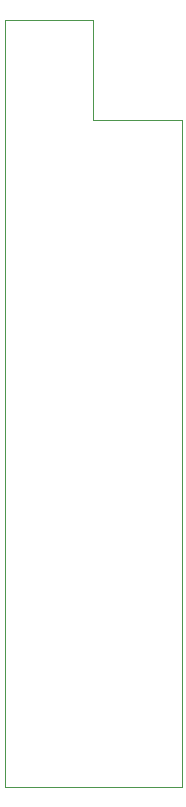
<source format=gbr>
%TF.GenerationSoftware,KiCad,Pcbnew,9.0.5*%
%TF.CreationDate,2025-10-29T21:47:57+01:00*%
%TF.ProjectId,GB_DMG_PSU,47425f44-4d47-45f5-9053-552e6b696361,rev?*%
%TF.SameCoordinates,Original*%
%TF.FileFunction,Profile,NP*%
%FSLAX46Y46*%
G04 Gerber Fmt 4.6, Leading zero omitted, Abs format (unit mm)*
G04 Created by KiCad (PCBNEW 9.0.5) date 2025-10-29 21:47:57*
%MOMM*%
%LPD*%
G01*
G04 APERTURE LIST*
%TA.AperFunction,Profile*%
%ADD10C,0.050000*%
%TD*%
G04 APERTURE END LIST*
D10*
X77000000Y-34250000D02*
X84500000Y-34250000D01*
X84500000Y-90750000D01*
X69500000Y-90750000D01*
X69500000Y-25750000D01*
X77000000Y-25750000D01*
X77000000Y-34250000D01*
M02*

</source>
